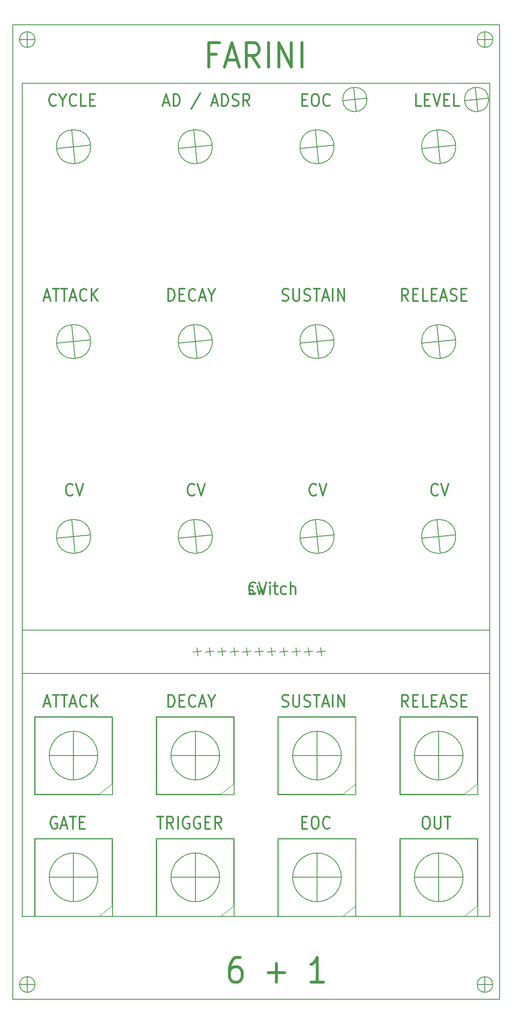
<source format=gbr>
%TF.GenerationSoftware,KiCad,Pcbnew,(5.1.9)-1*%
%TF.CreationDate,2021-09-12T18:45:55+01:00*%
%TF.ProjectId,Function Generator Jacks,46756e63-7469-46f6-9e20-47656e657261,rev?*%
%TF.SameCoordinates,Original*%
%TF.FileFunction,OtherDrawing,Comment*%
%FSLAX46Y46*%
G04 Gerber Fmt 4.6, Leading zero omitted, Abs format (unit mm)*
G04 Created by KiCad (PCBNEW (5.1.9)-1) date 2021-09-12 18:45:55*
%MOMM*%
%LPD*%
G01*
G04 APERTURE LIST*
%ADD10C,0.200000*%
%ADD11C,0.312500*%
%ADD12C,0.625000*%
%ADD13C,0.120000*%
G04 APERTURE END LIST*
D10*
X58067122Y-32991020D02*
X51200322Y-33667419D01*
X33133723Y-33329220D02*
G75*
G03*
X33133723Y-33329220I-3500000J0D01*
G01*
X96633723Y-70329220D02*
X96633723Y-86329220D01*
X46633723Y-111329220D02*
X62633722Y-111329220D01*
X115733723Y-125329220D02*
G75*
G03*
X115733723Y-125329220I-1600000J0D01*
G01*
X21633723Y-95329220D02*
X37633723Y-95329220D01*
X20133723Y-123729219D02*
X20133723Y-126929219D01*
X87633723Y-95329220D02*
X87633723Y-111329220D01*
X18533723Y-125329220D02*
X21733723Y-125329220D01*
X29295523Y-29895820D02*
X29971922Y-36762620D01*
X46633723Y-95329220D02*
X62633722Y-95329220D01*
X96633723Y-86329220D02*
X112633723Y-86329220D01*
X46633723Y-70329220D02*
X62633722Y-70329220D01*
X58133723Y6670780D02*
G75*
G03*
X58133723Y6670780I-3500000J0D01*
G01*
X21633723Y-86329220D02*
X37633723Y-86329220D01*
X96633723Y-95329220D02*
X96633723Y-111329220D01*
X71633723Y-70329220D02*
X71633723Y-86329220D01*
X58067122Y7008980D02*
X51200322Y6332581D01*
X54295523Y10104180D02*
X54971922Y3237380D01*
X33133723Y6670780D02*
G75*
G03*
X33133723Y6670780I-3500000J0D01*
G01*
X33067122Y7008980D02*
X26200322Y6332581D01*
X37633723Y-95329220D02*
X37633723Y-111329220D01*
X108133723Y-33329220D02*
G75*
G03*
X108133723Y-33329220I-3500000J0D01*
G01*
X79295523Y-29895820D02*
X79971922Y-36762620D01*
X21633723Y-111329220D02*
X37633723Y-111329220D01*
X54295523Y-29895820D02*
X54971922Y-36762620D01*
X58133723Y-33329220D02*
G75*
G03*
X58133723Y-33329220I-3500000J0D01*
G01*
X46633723Y-95329220D02*
X46633723Y-111329220D01*
X62633722Y-70329220D02*
X62633722Y-86329220D01*
X21633723Y-70329220D02*
X37633723Y-70329220D01*
X112533723Y-125329220D02*
X115733723Y-125329220D01*
X71633723Y-111329220D02*
X87633723Y-111329220D01*
X71633723Y-86329220D02*
X87633723Y-86329220D01*
X71633723Y-95329220D02*
X71633723Y-111329220D01*
X96633723Y-70329220D02*
X112633723Y-70329220D01*
X33067122Y-32991020D02*
X26200322Y-33667419D01*
X112633723Y-95329220D02*
X112633723Y-111329220D01*
X71633723Y-95329220D02*
X87633723Y-95329220D01*
X62633722Y-95329220D02*
X62633722Y-111329220D01*
X21633723Y-95329220D02*
X21633723Y-111329220D01*
X46633723Y-70329220D02*
X46633723Y-86329220D01*
X21733723Y-125329220D02*
G75*
G03*
X21733723Y-125329220I-1600000J0D01*
G01*
X114133723Y-123729219D02*
X114133723Y-126929219D01*
X83133723Y-33329220D02*
G75*
G03*
X83133723Y-33329220I-3500000J0D01*
G01*
X87633723Y-70329220D02*
X87633723Y-86329220D01*
X37633723Y-70329220D02*
X37633723Y-86329220D01*
X21633723Y-70329220D02*
X21633723Y-86329220D01*
X83067122Y-32991020D02*
X76200322Y-33667419D01*
X96633723Y-95329220D02*
X112633723Y-95329220D01*
X71633723Y-70329220D02*
X87633723Y-70329220D01*
X96633723Y-111329220D02*
X112633723Y-111329220D01*
X112633723Y-70329220D02*
X112633723Y-86329220D01*
X112533723Y68670780D02*
X115733723Y68670780D01*
X46633723Y-86329220D02*
X62633722Y-86329220D01*
X29295523Y10104180D02*
X29971922Y3237380D01*
X108067122Y-32991020D02*
X101200322Y-33667419D01*
X104295523Y-29895820D02*
X104971922Y-36762620D01*
X74633723Y-103329220D02*
X84633723Y-103329220D01*
X84633723Y-103329220D02*
G75*
G03*
X84633723Y-103329220I-5000000J0D01*
G01*
X19133723Y59670780D02*
X19133723Y-111329220D01*
X104633723Y-73329220D02*
X104633723Y-83329220D01*
X73673722Y-56930630D02*
X71973722Y-57098630D01*
X67660022Y-56164630D02*
X67827423Y-57864630D01*
X99633723Y-103329220D02*
X109633723Y-103329220D01*
X109633723Y-103329220D02*
G75*
G03*
X109633723Y-103329220I-5000000J0D01*
G01*
X19133723Y-45343259D02*
X19133723Y-111329220D01*
X29633723Y-98329220D02*
X29633723Y-108329220D01*
X115133723Y-111329220D02*
X115133723Y59670780D01*
X117133723Y71670780D02*
X17133723Y71670780D01*
X76213722Y-56930630D02*
X74513723Y-57098630D01*
X60040023Y-56164630D02*
X60207422Y-57864630D01*
X68593723Y-56930630D02*
X66893722Y-57098630D01*
X29633723Y-73329220D02*
X29633723Y-83329220D01*
X19133723Y-111329220D02*
X114461722Y-111329220D01*
X59633723Y-78329220D02*
G75*
G03*
X59633723Y-78329220I-5000000J0D01*
G01*
X49633723Y-103329220D02*
X59633723Y-103329220D01*
X115133723Y59670780D02*
X19133723Y59670780D01*
X57500023Y-56164630D02*
X57667422Y-57864630D01*
X84633723Y-78329220D02*
G75*
G03*
X84633723Y-78329220I-5000000J0D01*
G01*
X99633723Y-78329220D02*
X109633723Y-78329220D01*
X19133723Y-111329220D02*
X115133723Y-111329220D01*
X55893722Y-56930630D02*
X54193722Y-57098630D01*
X58433723Y-56930630D02*
X56733723Y-57098630D01*
X104633723Y-98329220D02*
X104633723Y-108329220D01*
X24633723Y-103329220D02*
X34633723Y-103329220D01*
X34633723Y-103329220D02*
G75*
G03*
X34633723Y-103329220I-5000000J0D01*
G01*
X78753723Y-56930630D02*
X77053723Y-57098630D01*
X77820023Y-56164630D02*
X77987423Y-57864630D01*
X54960022Y-56164630D02*
X55127422Y-57864630D01*
X70200022Y-56164630D02*
X70367423Y-57864630D01*
X17133723Y71670780D02*
X17133723Y-128329220D01*
X21733723Y68670780D02*
G75*
G03*
X21733723Y68670780I-1600000J0D01*
G01*
X54633723Y-98329220D02*
X54633723Y-108329220D01*
X79633723Y-73329220D02*
X79633723Y-83329220D01*
X59633723Y-103329220D02*
G75*
G03*
X59633723Y-103329220I-5000000J0D01*
G01*
X72740022Y-56164630D02*
X72907422Y-57864630D01*
X18533723Y68670780D02*
X21733723Y68670780D01*
X20133723Y70270781D02*
X20133723Y67070781D01*
X34633723Y-78329220D02*
G75*
G03*
X34633723Y-78329220I-5000000J0D01*
G01*
X81293723Y-56930630D02*
X79593723Y-57098630D01*
X75280023Y-56164630D02*
X75447422Y-57864630D01*
X71133723Y-56930630D02*
X69433722Y-57098630D01*
X63513723Y-56930630D02*
X61813723Y-57098630D01*
X114133723Y70270781D02*
X114133723Y67070781D01*
X17133723Y-128329220D02*
X117133723Y-128329220D01*
X115733723Y68670780D02*
G75*
G03*
X115733723Y68670780I-1600000J0D01*
G01*
X24633723Y-78329220D02*
X34633723Y-78329220D01*
X54633723Y-73329220D02*
X54633723Y-83329220D01*
X49633723Y-78329220D02*
X59633723Y-78329220D01*
X74633723Y-78329220D02*
X84633723Y-78329220D01*
X79633723Y-98329220D02*
X79633723Y-108329220D01*
X60973722Y-56930630D02*
X59273723Y-57098630D01*
X80360023Y-56164630D02*
X80527423Y-57864630D01*
X117133723Y-128329220D02*
X117133723Y71670780D01*
X109633723Y-78329220D02*
G75*
G03*
X109633723Y-78329220I-5000000J0D01*
G01*
X66053723Y-56930630D02*
X64353723Y-57098630D01*
X65120023Y-56164630D02*
X65287423Y-57864630D01*
X62580023Y-56164630D02*
X62747423Y-57864630D01*
X34633723Y-103329220D02*
G75*
G03*
X34633723Y-103329220I-5000000J0D01*
G01*
X19133723Y-45343259D02*
X19133723Y-111329220D01*
X73673722Y-56930630D02*
X71973722Y-57098630D01*
X108067122Y47008980D02*
X101200322Y46332581D01*
X71133723Y-56930630D02*
X69433722Y-57098630D01*
X89901833Y56367673D02*
G75*
G03*
X89901833Y56367673I-2500000J0D01*
G01*
X112162000Y58802400D02*
X112640400Y53945800D01*
X49633723Y-103329220D02*
X59633723Y-103329220D01*
X29633723Y-98329220D02*
X29633723Y-108329220D01*
X19133723Y-111329220D02*
X114461722Y-111329220D01*
X60040023Y-56164630D02*
X60207422Y-57864630D01*
X104295523Y50104180D02*
X104971922Y43237380D01*
X104295523Y10104180D02*
X104971922Y3237380D01*
X76213722Y-56930630D02*
X74513723Y-57098630D01*
X58067122Y47008981D02*
X51200322Y46332581D01*
X109963000Y56134000D02*
X114829500Y56600276D01*
X81293723Y-56930630D02*
X79593723Y-57098630D01*
X80360023Y-56164630D02*
X80527423Y-57864630D01*
X70200022Y-56164630D02*
X70367423Y-57864630D01*
X58433723Y-56930630D02*
X56733723Y-57098630D01*
X78753723Y-56930630D02*
X77053723Y-57098630D01*
X77820023Y-56164630D02*
X77987423Y-57864630D01*
X72740022Y-56164630D02*
X72907422Y-57864630D01*
X66053723Y-56930630D02*
X64353723Y-57098630D01*
X65120023Y-56164630D02*
X65287423Y-57864630D01*
X108133723Y6670780D02*
G75*
G03*
X108133723Y6670780I-3500000J0D01*
G01*
X19133723Y-111329220D02*
X115133723Y-111329220D01*
X62580023Y-56164630D02*
X62747423Y-57864630D01*
X19133723Y-52536820D02*
X115133723Y-52536820D01*
X115133723Y-111329220D02*
X115133723Y59670780D01*
X19133723Y-61492440D02*
X115133723Y-61492440D01*
X83067122Y7008980D02*
X76200322Y6332581D01*
X17133723Y71670780D02*
X17133723Y-128329220D01*
X58133723Y46670780D02*
G75*
G03*
X58133723Y46670780I-3500000J0D01*
G01*
X108133723Y46670780D02*
G75*
G03*
X108133723Y46670780I-3500000J0D01*
G01*
X114901833Y56367673D02*
G75*
G03*
X114901833Y56367673I-2500000J0D01*
G01*
X108067122Y7008980D02*
X101200322Y6332581D01*
X60973722Y-56930630D02*
X59273723Y-57098630D01*
X57500023Y-56164630D02*
X57667422Y-57864630D01*
X17133723Y-128329220D02*
X117133723Y-128329220D01*
X33067122Y47008981D02*
X26200322Y46332581D01*
X84963000Y56134000D02*
X89829500Y56600276D01*
X55893722Y-56930630D02*
X54193722Y-57098630D01*
X33133723Y46670780D02*
G75*
G03*
X33133723Y46670780I-3500000J0D01*
G01*
X117133723Y71670780D02*
X17133723Y71670780D01*
X19133723Y59670780D02*
X19133723Y-111329220D01*
X54295523Y50104181D02*
X54971922Y43237381D01*
X87162000Y58802400D02*
X87640400Y53945800D01*
X83067122Y47008980D02*
X76200322Y46332581D01*
X115133723Y59670780D02*
X19133723Y59670780D01*
X83133723Y6670780D02*
G75*
G03*
X83133723Y6670780I-3500000J0D01*
G01*
X54633723Y-98329220D02*
X54633723Y-108329220D01*
X24633723Y-103329220D02*
X34633723Y-103329220D01*
X59633723Y-103329220D02*
G75*
G03*
X59633723Y-103329220I-5000000J0D01*
G01*
X54960022Y-56164630D02*
X55127422Y-57864630D01*
X63513723Y-56930630D02*
X61813723Y-57098630D01*
X79295523Y10104180D02*
X79971922Y3237380D01*
X68593723Y-56930630D02*
X66893722Y-57098630D01*
X75280023Y-56164630D02*
X75447422Y-57864630D01*
X67660022Y-56164630D02*
X67827423Y-57864630D01*
X117133723Y-128329220D02*
X117133723Y71670780D01*
X29295523Y50104181D02*
X29971922Y43237381D01*
X83133723Y46670780D02*
G75*
G03*
X83133723Y46670780I-3500000J0D01*
G01*
X79295523Y50104180D02*
X79971922Y43237380D01*
X46633723Y-86329220D02*
X62633722Y-86329220D01*
X71633723Y-95329220D02*
X87633723Y-95329220D01*
X46633723Y-111329220D02*
X62633722Y-111329220D01*
X21633723Y-111329220D02*
X37633723Y-111329220D01*
X21733723Y-125329220D02*
G75*
G03*
X21733723Y-125329220I-1600000J0D01*
G01*
X112533723Y68670780D02*
X115733723Y68670780D01*
X96633723Y-70329220D02*
X112633723Y-70329220D01*
X96633723Y-70329220D02*
X96633723Y-86329220D01*
X115733723Y-125329220D02*
G75*
G03*
X115733723Y-125329220I-1600000J0D01*
G01*
X87633723Y-70329220D02*
X87633723Y-86329220D01*
X46633723Y-70329220D02*
X46633723Y-86329220D01*
X21633723Y-86329220D02*
X37633723Y-86329220D01*
X37633723Y-95329220D02*
X37633723Y-111329220D01*
X96633723Y-111329220D02*
X112633723Y-111329220D01*
X96633723Y-95329220D02*
X96633723Y-111329220D01*
X62633722Y-70329220D02*
X62633722Y-86329220D01*
X46633723Y-95329220D02*
X62633722Y-95329220D01*
X21633723Y-95329220D02*
X21633723Y-111329220D01*
X46633723Y-70329220D02*
X62633722Y-70329220D01*
X112533723Y-125329220D02*
X115733723Y-125329220D01*
X37633723Y-70329220D02*
X37633723Y-86329220D01*
X96633723Y-86329220D02*
X112633723Y-86329220D01*
X62633722Y-95329220D02*
X62633722Y-111329220D01*
X71633723Y-86329220D02*
X87633723Y-86329220D01*
X18533723Y-125329220D02*
X21733723Y-125329220D01*
X21633723Y-95329220D02*
X37633723Y-95329220D01*
X79295523Y-29895820D02*
X79971922Y-36762620D01*
X33133723Y-33329220D02*
G75*
G03*
X33133723Y-33329220I-3500000J0D01*
G01*
X71633723Y-70329220D02*
X87633723Y-70329220D01*
X33067122Y-32991020D02*
X26200322Y-33667419D01*
X71633723Y-70329220D02*
X71633723Y-86329220D01*
X58133723Y-33329220D02*
G75*
G03*
X58133723Y-33329220I-3500000J0D01*
G01*
X58067122Y-32991020D02*
X51200322Y-33667419D01*
X54295523Y-29895820D02*
X54971922Y-36762620D01*
X114133723Y-123729219D02*
X114133723Y-126929219D01*
X112633723Y-95329220D02*
X112633723Y-111329220D01*
X46633723Y-95329220D02*
X46633723Y-111329220D01*
X71633723Y-111329220D02*
X87633723Y-111329220D01*
X87633723Y-95329220D02*
X87633723Y-111329220D01*
X21633723Y-70329220D02*
X37633723Y-70329220D01*
X20133723Y-123729219D02*
X20133723Y-126929219D01*
X29295523Y-29895820D02*
X29971922Y-36762620D01*
X96633723Y-95329220D02*
X112633723Y-95329220D01*
X112633723Y-70329220D02*
X112633723Y-86329220D01*
X21633723Y-70329220D02*
X21633723Y-86329220D01*
X71633723Y-95329220D02*
X71633723Y-111329220D01*
X84633723Y-103329220D02*
G75*
G03*
X84633723Y-103329220I-5000000J0D01*
G01*
X109633723Y-78329220D02*
G75*
G03*
X109633723Y-78329220I-5000000J0D01*
G01*
X59633723Y-78329220D02*
G75*
G03*
X59633723Y-78329220I-5000000J0D01*
G01*
X24633723Y-78329220D02*
X34633723Y-78329220D01*
X84633723Y-78329220D02*
G75*
G03*
X84633723Y-78329220I-5000000J0D01*
G01*
X20133723Y70270781D02*
X20133723Y67070781D01*
X79633723Y-98329220D02*
X79633723Y-108329220D01*
X21733723Y68670780D02*
G75*
G03*
X21733723Y68670780I-1600000J0D01*
G01*
X79633723Y-73329220D02*
X79633723Y-83329220D01*
X49633723Y-78329220D02*
X59633723Y-78329220D01*
X54633723Y-73329220D02*
X54633723Y-83329220D01*
X104633723Y-98329220D02*
X104633723Y-108329220D01*
X74633723Y-103329220D02*
X84633723Y-103329220D01*
X104633723Y-73329220D02*
X104633723Y-83329220D01*
X114133723Y70270781D02*
X114133723Y67070781D01*
X34633723Y-78329220D02*
G75*
G03*
X34633723Y-78329220I-5000000J0D01*
G01*
X74633723Y-78329220D02*
X84633723Y-78329220D01*
X115733723Y68670780D02*
G75*
G03*
X115733723Y68670780I-1600000J0D01*
G01*
X109633723Y-103329220D02*
G75*
G03*
X109633723Y-103329220I-5000000J0D01*
G01*
X99633723Y-103329220D02*
X109633723Y-103329220D01*
X18533723Y68670780D02*
X21733723Y68670780D01*
X99633723Y-78329220D02*
X109633723Y-78329220D01*
X29633723Y-73329220D02*
X29633723Y-83329220D01*
D11*
X29461114Y-24758559D02*
X29353971Y-24877606D01*
X29032543Y-24996654D01*
X28818257Y-24996654D01*
X28496828Y-24877606D01*
X28282543Y-24639511D01*
X28175400Y-24401416D01*
X28068257Y-23925225D01*
X28068257Y-23568082D01*
X28175400Y-23091892D01*
X28282543Y-22853797D01*
X28496828Y-22615702D01*
X28818257Y-22496654D01*
X29032543Y-22496654D01*
X29353971Y-22615702D01*
X29461114Y-22734749D01*
X30103971Y-22496654D02*
X30853971Y-24996654D01*
X31603971Y-22496654D01*
X76568309Y-92039310D02*
X77318309Y-92039310D01*
X77639737Y-93348834D02*
X76568309Y-93348834D01*
X76568309Y-90848834D01*
X77639737Y-90848834D01*
X79032595Y-90848834D02*
X79461166Y-90848834D01*
X79675452Y-90967882D01*
X79889737Y-91205977D01*
X79996880Y-91682167D01*
X79996880Y-92515501D01*
X79889737Y-92991691D01*
X79675452Y-93229786D01*
X79461166Y-93348834D01*
X79032595Y-93348834D01*
X78818309Y-93229786D01*
X78604023Y-92991691D01*
X78496880Y-92515501D01*
X78496880Y-91682167D01*
X78604023Y-91205977D01*
X78818309Y-90967882D01*
X79032595Y-90848834D01*
X82246880Y-93110739D02*
X82139737Y-93229786D01*
X81818309Y-93348834D01*
X81604023Y-93348834D01*
X81282595Y-93229786D01*
X81068309Y-92991691D01*
X80961166Y-92753596D01*
X80854023Y-92277405D01*
X80854023Y-91920262D01*
X80961166Y-91444072D01*
X81068309Y-91205977D01*
X81282595Y-90967882D01*
X81604023Y-90848834D01*
X81818309Y-90848834D01*
X82139737Y-90967882D01*
X82246880Y-91086929D01*
X48107713Y55717631D02*
X49179142Y55717631D01*
X47893427Y55003345D02*
X48643427Y57503345D01*
X49393427Y55003345D01*
X50143427Y55003345D02*
X50143427Y57503345D01*
X50679142Y57503345D01*
X51000570Y57384298D01*
X51214856Y57146202D01*
X51321999Y56908107D01*
X51429142Y56431917D01*
X51429142Y56074774D01*
X51321999Y55598583D01*
X51214856Y55360488D01*
X51000570Y55122393D01*
X50679142Y55003345D01*
X50143427Y55003345D01*
X55714856Y57622393D02*
X53786284Y54408107D01*
X58071999Y55717631D02*
X59143427Y55717631D01*
X57857713Y55003345D02*
X58607713Y57503345D01*
X59357713Y55003345D01*
X60107713Y55003345D02*
X60107713Y57503345D01*
X60643427Y57503345D01*
X60964856Y57384298D01*
X61179142Y57146202D01*
X61286284Y56908107D01*
X61393427Y56431917D01*
X61393427Y56074774D01*
X61286284Y55598583D01*
X61179142Y55360488D01*
X60964856Y55122393D01*
X60643427Y55003345D01*
X60107713Y55003345D01*
X62250570Y55122393D02*
X62571999Y55003345D01*
X63107713Y55003345D01*
X63321999Y55122393D01*
X63429142Y55241440D01*
X63536284Y55479536D01*
X63536284Y55717631D01*
X63429142Y55955726D01*
X63321999Y56074774D01*
X63107713Y56193821D01*
X62679142Y56312869D01*
X62464856Y56431917D01*
X62357713Y56550964D01*
X62250570Y56789059D01*
X62250570Y57027155D01*
X62357713Y57265250D01*
X62464856Y57384298D01*
X62679142Y57503345D01*
X63214856Y57503345D01*
X63536284Y57384298D01*
X65786284Y55003345D02*
X65036284Y56193821D01*
X64500570Y55003345D02*
X64500570Y57503345D01*
X65357713Y57503345D01*
X65571999Y57384298D01*
X65679142Y57265250D01*
X65786284Y57027155D01*
X65786284Y56670012D01*
X65679142Y56431917D01*
X65571999Y56312869D01*
X65357713Y56193821D01*
X64500570Y56193821D01*
X79461114Y-24758559D02*
X79353971Y-24877606D01*
X79032543Y-24996654D01*
X78818257Y-24996654D01*
X78496828Y-24877606D01*
X78282543Y-24639511D01*
X78175400Y-24401416D01*
X78068257Y-23925225D01*
X78068257Y-23568082D01*
X78175400Y-23091892D01*
X78282543Y-22853797D01*
X78496828Y-22615702D01*
X78818257Y-22496654D01*
X79032543Y-22496654D01*
X79353971Y-22615702D01*
X79461114Y-22734749D01*
X80103971Y-22496654D02*
X80853971Y-24996654D01*
X81603971Y-22496654D01*
D12*
X63770075Y-119757651D02*
X62912932Y-119757651D01*
X62484360Y-119995747D01*
X62270075Y-120233842D01*
X61841503Y-120948127D01*
X61627217Y-121900508D01*
X61627217Y-123805270D01*
X61841503Y-124281461D01*
X62055789Y-124519556D01*
X62484360Y-124757651D01*
X63341503Y-124757651D01*
X63770075Y-124519556D01*
X63984360Y-124281461D01*
X64198646Y-123805270D01*
X64198646Y-122614794D01*
X63984360Y-122138604D01*
X63770075Y-121900508D01*
X63341503Y-121662413D01*
X62484360Y-121662413D01*
X62055789Y-121900508D01*
X61841503Y-122138604D01*
X61627217Y-122614794D01*
X69555789Y-122852889D02*
X72984360Y-122852889D01*
X71270075Y-124757651D02*
X71270075Y-120948127D01*
X80912932Y-124757651D02*
X78341503Y-124757651D01*
X79627217Y-124757651D02*
X79627217Y-119757651D01*
X79198646Y-120471937D01*
X78770075Y-120948127D01*
X78341503Y-121186223D01*
D11*
X101837915Y-90848834D02*
X102266487Y-90848834D01*
X102480772Y-90967882D01*
X102695058Y-91205977D01*
X102802201Y-91682167D01*
X102802201Y-92515501D01*
X102695058Y-92991691D01*
X102480772Y-93229786D01*
X102266487Y-93348834D01*
X101837915Y-93348834D01*
X101623630Y-93229786D01*
X101409344Y-92991691D01*
X101302201Y-92515501D01*
X101302201Y-91682167D01*
X101409344Y-91205977D01*
X101623630Y-90967882D01*
X101837915Y-90848834D01*
X103766487Y-90848834D02*
X103766487Y-92872643D01*
X103873630Y-93110739D01*
X103980772Y-93229786D01*
X104195058Y-93348834D01*
X104623630Y-93348834D01*
X104837915Y-93229786D01*
X104945058Y-93110739D01*
X105052201Y-92872643D01*
X105052201Y-90848834D01*
X105802201Y-90848834D02*
X107087915Y-90848834D01*
X106445058Y-93348834D02*
X106445058Y-90848834D01*
X65660690Y-45096591D02*
X65874976Y-45215639D01*
X66303547Y-45215639D01*
X66517833Y-45096591D01*
X66624976Y-44858496D01*
X66624976Y-44739448D01*
X66517833Y-44501353D01*
X66303547Y-44382306D01*
X65982119Y-44382306D01*
X65767833Y-44263258D01*
X65660690Y-44025163D01*
X65660690Y-43906115D01*
X65767833Y-43668020D01*
X65982119Y-43548972D01*
X66303547Y-43548972D01*
X66517833Y-43668020D01*
X67374976Y-43548972D02*
X67803547Y-45215639D01*
X68232119Y-44025163D01*
X68660690Y-45215639D01*
X69089261Y-43548972D01*
X69946404Y-45215639D02*
X69946404Y-43548972D01*
X69946404Y-42715639D02*
X69839261Y-42834687D01*
X69946404Y-42953734D01*
X70053547Y-42834687D01*
X69946404Y-42715639D01*
X69946404Y-42953734D01*
X70696404Y-43548972D02*
X71553547Y-43548972D01*
X71017833Y-42715639D02*
X71017833Y-44858496D01*
X71124976Y-45096591D01*
X71339261Y-45215639D01*
X71553547Y-45215639D01*
X73267833Y-45096591D02*
X73053547Y-45215639D01*
X72624976Y-45215639D01*
X72410690Y-45096591D01*
X72303547Y-44977544D01*
X72196404Y-44739448D01*
X72196404Y-44025163D01*
X72303547Y-43787067D01*
X72410690Y-43668020D01*
X72624976Y-43548972D01*
X73053547Y-43548972D01*
X73267833Y-43668020D01*
X74232119Y-45215639D02*
X74232119Y-42715639D01*
X75196404Y-45215639D02*
X75196404Y-43906115D01*
X75089261Y-43668020D01*
X74874976Y-43548972D01*
X74553547Y-43548972D01*
X74339261Y-43668020D01*
X74232119Y-43787067D01*
X76591835Y56312869D02*
X77341835Y56312869D01*
X77663263Y55003345D02*
X76591835Y55003345D01*
X76591835Y57503345D01*
X77663263Y57503345D01*
X79056121Y57503345D02*
X79484692Y57503345D01*
X79698978Y57384298D01*
X79913263Y57146202D01*
X80020406Y56670012D01*
X80020406Y55836678D01*
X79913263Y55360488D01*
X79698978Y55122393D01*
X79484692Y55003345D01*
X79056121Y55003345D01*
X78841835Y55122393D01*
X78627549Y55360488D01*
X78520406Y55836678D01*
X78520406Y56670012D01*
X78627549Y57146202D01*
X78841835Y57384298D01*
X79056121Y57503345D01*
X82270406Y55241440D02*
X82163263Y55122393D01*
X81841835Y55003345D01*
X81627549Y55003345D01*
X81306121Y55122393D01*
X81091835Y55360488D01*
X80984692Y55598583D01*
X80877549Y56074774D01*
X80877549Y56431917D01*
X80984692Y56908107D01*
X81091835Y57146202D01*
X81306121Y57384298D01*
X81627549Y57503345D01*
X81841835Y57503345D01*
X82163263Y57384298D01*
X82270406Y57265250D01*
X67053547Y-44977544D02*
X66946404Y-45096591D01*
X66624976Y-45215639D01*
X66410690Y-45215639D01*
X66089261Y-45096591D01*
X65874976Y-44858496D01*
X65767833Y-44620401D01*
X65660690Y-44144210D01*
X65660690Y-43787067D01*
X65767833Y-43310877D01*
X65874976Y-43072782D01*
X66089261Y-42834687D01*
X66410690Y-42715639D01*
X66624976Y-42715639D01*
X66946404Y-42834687D01*
X67053547Y-42953734D01*
X67696404Y-42715639D02*
X68446404Y-45215639D01*
X69196404Y-42715639D01*
X76568309Y-92039310D02*
X77318309Y-92039310D01*
X77639737Y-93348834D02*
X76568309Y-93348834D01*
X76568309Y-90848834D01*
X77639737Y-90848834D01*
X79032595Y-90848834D02*
X79461166Y-90848834D01*
X79675452Y-90967882D01*
X79889737Y-91205977D01*
X79996880Y-91682167D01*
X79996880Y-92515501D01*
X79889737Y-92991691D01*
X79675452Y-93229786D01*
X79461166Y-93348834D01*
X79032595Y-93348834D01*
X78818309Y-93229786D01*
X78604023Y-92991691D01*
X78496880Y-92515501D01*
X78496880Y-91682167D01*
X78604023Y-91205977D01*
X78818309Y-90967882D01*
X79032595Y-90848834D01*
X82246880Y-93110739D02*
X82139737Y-93229786D01*
X81818309Y-93348834D01*
X81604023Y-93348834D01*
X81282595Y-93229786D01*
X81068309Y-92991691D01*
X80961166Y-92753596D01*
X80854023Y-92277405D01*
X80854023Y-91920262D01*
X80961166Y-91444072D01*
X81068309Y-91205977D01*
X81282595Y-90967882D01*
X81604023Y-90848834D01*
X81818309Y-90848834D01*
X82139737Y-90967882D01*
X82246880Y-91086929D01*
X72495475Y-68229786D02*
X72816904Y-68348834D01*
X73352618Y-68348834D01*
X73566904Y-68229786D01*
X73674046Y-68110739D01*
X73781189Y-67872643D01*
X73781189Y-67634548D01*
X73674046Y-67396453D01*
X73566904Y-67277405D01*
X73352618Y-67158358D01*
X72924046Y-67039310D01*
X72709761Y-66920262D01*
X72602618Y-66801215D01*
X72495475Y-66563120D01*
X72495475Y-66325024D01*
X72602618Y-66086929D01*
X72709761Y-65967882D01*
X72924046Y-65848834D01*
X73459761Y-65848834D01*
X73781189Y-65967882D01*
X74745475Y-65848834D02*
X74745475Y-67872643D01*
X74852618Y-68110739D01*
X74959761Y-68229786D01*
X75174046Y-68348834D01*
X75602618Y-68348834D01*
X75816904Y-68229786D01*
X75924046Y-68110739D01*
X76031189Y-67872643D01*
X76031189Y-65848834D01*
X76995475Y-68229786D02*
X77316904Y-68348834D01*
X77852618Y-68348834D01*
X78066904Y-68229786D01*
X78174046Y-68110739D01*
X78281189Y-67872643D01*
X78281189Y-67634548D01*
X78174046Y-67396453D01*
X78066904Y-67277405D01*
X77852618Y-67158358D01*
X77424046Y-67039310D01*
X77209761Y-66920262D01*
X77102618Y-66801215D01*
X76995475Y-66563120D01*
X76995475Y-66325024D01*
X77102618Y-66086929D01*
X77209761Y-65967882D01*
X77424046Y-65848834D01*
X77959761Y-65848834D01*
X78281189Y-65967882D01*
X78924046Y-65848834D02*
X80209761Y-65848834D01*
X79566904Y-68348834D02*
X79566904Y-65848834D01*
X80852618Y-67634548D02*
X81924046Y-67634548D01*
X80638332Y-68348834D02*
X81388332Y-65848834D01*
X82138332Y-68348834D01*
X82888332Y-68348834D02*
X82888332Y-65848834D01*
X83959761Y-68348834D02*
X83959761Y-65848834D01*
X85245475Y-68348834D01*
X85245475Y-65848834D01*
X101023339Y55003345D02*
X99951911Y55003345D01*
X99951911Y57503345D01*
X101773339Y56312869D02*
X102523339Y56312869D01*
X102844768Y55003345D02*
X101773339Y55003345D01*
X101773339Y57503345D01*
X102844768Y57503345D01*
X103487625Y57503345D02*
X104237625Y55003345D01*
X104987625Y57503345D01*
X105737625Y56312869D02*
X106487625Y56312869D01*
X106809054Y55003345D02*
X105737625Y55003345D01*
X105737625Y57503345D01*
X106809054Y57503345D01*
X108844768Y55003345D02*
X107773339Y55003345D01*
X107773339Y57503345D01*
X46802109Y-90848834D02*
X48087824Y-90848834D01*
X47444966Y-93348834D02*
X47444966Y-90848834D01*
X50123538Y-93348834D02*
X49373538Y-92158358D01*
X48837824Y-93348834D02*
X48837824Y-90848834D01*
X49694966Y-90848834D01*
X49909252Y-90967882D01*
X50016395Y-91086929D01*
X50123538Y-91325024D01*
X50123538Y-91682167D01*
X50016395Y-91920262D01*
X49909252Y-92039310D01*
X49694966Y-92158358D01*
X48837824Y-92158358D01*
X51087824Y-93348834D02*
X51087824Y-90848834D01*
X53337824Y-90967882D02*
X53123538Y-90848834D01*
X52802109Y-90848834D01*
X52480681Y-90967882D01*
X52266395Y-91205977D01*
X52159252Y-91444072D01*
X52052109Y-91920262D01*
X52052109Y-92277405D01*
X52159252Y-92753596D01*
X52266395Y-92991691D01*
X52480681Y-93229786D01*
X52802109Y-93348834D01*
X53016395Y-93348834D01*
X53337824Y-93229786D01*
X53444966Y-93110739D01*
X53444966Y-92277405D01*
X53016395Y-92277405D01*
X55587824Y-90967882D02*
X55373538Y-90848834D01*
X55052109Y-90848834D01*
X54730681Y-90967882D01*
X54516395Y-91205977D01*
X54409252Y-91444072D01*
X54302109Y-91920262D01*
X54302109Y-92277405D01*
X54409252Y-92753596D01*
X54516395Y-92991691D01*
X54730681Y-93229786D01*
X55052109Y-93348834D01*
X55266395Y-93348834D01*
X55587824Y-93229786D01*
X55694966Y-93110739D01*
X55694966Y-92277405D01*
X55266395Y-92277405D01*
X56659252Y-92039310D02*
X57409252Y-92039310D01*
X57730681Y-93348834D02*
X56659252Y-93348834D01*
X56659252Y-90848834D01*
X57730681Y-90848834D01*
X59980681Y-93348834D02*
X59230681Y-92158358D01*
X58694966Y-93348834D02*
X58694966Y-90848834D01*
X59552109Y-90848834D01*
X59766395Y-90967882D01*
X59873538Y-91086929D01*
X59980681Y-91325024D01*
X59980681Y-91682167D01*
X59873538Y-91920262D01*
X59766395Y-92039310D01*
X59552109Y-92158358D01*
X58694966Y-92158358D01*
X26016457Y55241440D02*
X25909314Y55122393D01*
X25587886Y55003345D01*
X25373600Y55003345D01*
X25052171Y55122393D01*
X24837886Y55360488D01*
X24730743Y55598583D01*
X24623600Y56074774D01*
X24623600Y56431917D01*
X24730743Y56908107D01*
X24837886Y57146202D01*
X25052171Y57384298D01*
X25373600Y57503345D01*
X25587886Y57503345D01*
X25909314Y57384298D01*
X26016457Y57265250D01*
X27409314Y56193821D02*
X27409314Y55003345D01*
X26659314Y57503345D02*
X27409314Y56193821D01*
X28159314Y57503345D01*
X30195029Y55241440D02*
X30087886Y55122393D01*
X29766457Y55003345D01*
X29552171Y55003345D01*
X29230743Y55122393D01*
X29016457Y55360488D01*
X28909314Y55598583D01*
X28802171Y56074774D01*
X28802171Y56431917D01*
X28909314Y56908107D01*
X29016457Y57146202D01*
X29230743Y57384298D01*
X29552171Y57503345D01*
X29766457Y57503345D01*
X30087886Y57384298D01*
X30195029Y57265250D01*
X32230743Y55003345D02*
X31159314Y55003345D01*
X31159314Y57503345D01*
X32980743Y56312869D02*
X33730743Y56312869D01*
X34052171Y55003345D02*
X32980743Y55003345D01*
X32980743Y57503345D01*
X34052171Y57503345D01*
X104461114Y-24758559D02*
X104353971Y-24877606D01*
X104032543Y-24996654D01*
X103818257Y-24996654D01*
X103496828Y-24877606D01*
X103282543Y-24639511D01*
X103175400Y-24401416D01*
X103068257Y-23925225D01*
X103068257Y-23568082D01*
X103175400Y-23091892D01*
X103282543Y-22853797D01*
X103496828Y-22615702D01*
X103818257Y-22496654D01*
X104032543Y-22496654D01*
X104353971Y-22615702D01*
X104461114Y-22734749D01*
X105103971Y-22496654D02*
X105853971Y-24996654D01*
X106603971Y-22496654D01*
X49106376Y15003345D02*
X49106376Y17503345D01*
X49642090Y17503345D01*
X49963519Y17384298D01*
X50177804Y17146202D01*
X50284947Y16908107D01*
X50392090Y16431917D01*
X50392090Y16074774D01*
X50284947Y15598583D01*
X50177804Y15360488D01*
X49963519Y15122393D01*
X49642090Y15003345D01*
X49106376Y15003345D01*
X51356376Y16312869D02*
X52106376Y16312869D01*
X52427804Y15003345D02*
X51356376Y15003345D01*
X51356376Y17503345D01*
X52427804Y17503345D01*
X54677804Y15241440D02*
X54570662Y15122393D01*
X54249233Y15003345D01*
X54034947Y15003345D01*
X53713519Y15122393D01*
X53499233Y15360488D01*
X53392090Y15598583D01*
X53284947Y16074774D01*
X53284947Y16431917D01*
X53392090Y16908107D01*
X53499233Y17146202D01*
X53713519Y17384298D01*
X54034947Y17503345D01*
X54249233Y17503345D01*
X54570662Y17384298D01*
X54677804Y17265250D01*
X55534947Y15717631D02*
X56606376Y15717631D01*
X55320662Y15003345D02*
X56070662Y17503345D01*
X56820662Y15003345D01*
X57999233Y16193821D02*
X57999233Y15003345D01*
X57249233Y17503345D02*
X57999233Y16193821D01*
X58749233Y17503345D01*
X23645407Y-67634548D02*
X24716836Y-67634548D01*
X23431121Y-68348834D02*
X24181121Y-65848834D01*
X24931121Y-68348834D01*
X25359693Y-65848834D02*
X26645407Y-65848834D01*
X26002550Y-68348834D02*
X26002550Y-65848834D01*
X27073978Y-65848834D02*
X28359693Y-65848834D01*
X27716836Y-68348834D02*
X27716836Y-65848834D01*
X29002550Y-67634548D02*
X30073978Y-67634548D01*
X28788264Y-68348834D02*
X29538264Y-65848834D01*
X30288264Y-68348834D01*
X32323978Y-68110739D02*
X32216836Y-68229786D01*
X31895407Y-68348834D01*
X31681121Y-68348834D01*
X31359693Y-68229786D01*
X31145407Y-67991691D01*
X31038264Y-67753596D01*
X30931121Y-67277405D01*
X30931121Y-66920262D01*
X31038264Y-66444072D01*
X31145407Y-66205977D01*
X31359693Y-65967882D01*
X31681121Y-65848834D01*
X31895407Y-65848834D01*
X32216836Y-65967882D01*
X32323978Y-66086929D01*
X33288264Y-68348834D02*
X33288264Y-65848834D01*
X34573978Y-68348834D02*
X33609693Y-66920262D01*
X34573978Y-65848834D02*
X33288264Y-67277405D01*
X98357585Y15003345D02*
X97607585Y16193821D01*
X97071871Y15003345D02*
X97071871Y17503345D01*
X97929014Y17503345D01*
X98143299Y17384298D01*
X98250442Y17265250D01*
X98357585Y17027155D01*
X98357585Y16670012D01*
X98250442Y16431917D01*
X98143299Y16312869D01*
X97929014Y16193821D01*
X97071871Y16193821D01*
X99321871Y16312869D02*
X100071871Y16312869D01*
X100393299Y15003345D02*
X99321871Y15003345D01*
X99321871Y17503345D01*
X100393299Y17503345D01*
X102429014Y15003345D02*
X101357585Y15003345D01*
X101357585Y17503345D01*
X103179014Y16312869D02*
X103929014Y16312869D01*
X104250442Y15003345D02*
X103179014Y15003345D01*
X103179014Y17503345D01*
X104250442Y17503345D01*
X105107585Y15717631D02*
X106179014Y15717631D01*
X104893299Y15003345D02*
X105643299Y17503345D01*
X106393299Y15003345D01*
X107036157Y15122393D02*
X107357585Y15003345D01*
X107893299Y15003345D01*
X108107585Y15122393D01*
X108214728Y15241440D01*
X108321871Y15479536D01*
X108321871Y15717631D01*
X108214728Y15955726D01*
X108107585Y16074774D01*
X107893299Y16193821D01*
X107464728Y16312869D01*
X107250442Y16431917D01*
X107143299Y16550964D01*
X107036157Y16789059D01*
X107036157Y17027155D01*
X107143299Y17265250D01*
X107250442Y17384298D01*
X107464728Y17503345D01*
X108000442Y17503345D01*
X108321871Y17384298D01*
X109286157Y16312869D02*
X110036157Y16312869D01*
X110357585Y15003345D02*
X109286157Y15003345D01*
X109286157Y17503345D01*
X110357585Y17503345D01*
X54461114Y-24758559D02*
X54353971Y-24877606D01*
X54032543Y-24996654D01*
X53818257Y-24996654D01*
X53496828Y-24877606D01*
X53282543Y-24639511D01*
X53175400Y-24401416D01*
X53068257Y-23925225D01*
X53068257Y-23568082D01*
X53175400Y-23091892D01*
X53282543Y-22853797D01*
X53496828Y-22615702D01*
X53818257Y-22496654D01*
X54032543Y-22496654D01*
X54353971Y-22615702D01*
X54461114Y-22734749D01*
X55103971Y-22496654D02*
X55853971Y-24996654D01*
X56603971Y-22496654D01*
X26170397Y-90967882D02*
X25956112Y-90848834D01*
X25634683Y-90848834D01*
X25313254Y-90967882D01*
X25098969Y-91205977D01*
X24991826Y-91444072D01*
X24884683Y-91920262D01*
X24884683Y-92277405D01*
X24991826Y-92753596D01*
X25098969Y-92991691D01*
X25313254Y-93229786D01*
X25634683Y-93348834D01*
X25848969Y-93348834D01*
X26170397Y-93229786D01*
X26277540Y-93110739D01*
X26277540Y-92277405D01*
X25848969Y-92277405D01*
X27134683Y-92634548D02*
X28206112Y-92634548D01*
X26920397Y-93348834D02*
X27670397Y-90848834D01*
X28420397Y-93348834D01*
X28848969Y-90848834D02*
X30134683Y-90848834D01*
X29491826Y-93348834D02*
X29491826Y-90848834D01*
X30884683Y-92039310D02*
X31634683Y-92039310D01*
X31956112Y-93348834D02*
X30884683Y-93348834D01*
X30884683Y-90848834D01*
X31956112Y-90848834D01*
X49106376Y-68348834D02*
X49106376Y-65848834D01*
X49642090Y-65848834D01*
X49963519Y-65967882D01*
X50177804Y-66205977D01*
X50284947Y-66444072D01*
X50392090Y-66920262D01*
X50392090Y-67277405D01*
X50284947Y-67753596D01*
X50177804Y-67991691D01*
X49963519Y-68229786D01*
X49642090Y-68348834D01*
X49106376Y-68348834D01*
X51356376Y-67039310D02*
X52106376Y-67039310D01*
X52427804Y-68348834D02*
X51356376Y-68348834D01*
X51356376Y-65848834D01*
X52427804Y-65848834D01*
X54677804Y-68110739D02*
X54570662Y-68229786D01*
X54249233Y-68348834D01*
X54034947Y-68348834D01*
X53713519Y-68229786D01*
X53499233Y-67991691D01*
X53392090Y-67753596D01*
X53284947Y-67277405D01*
X53284947Y-66920262D01*
X53392090Y-66444072D01*
X53499233Y-66205977D01*
X53713519Y-65967882D01*
X54034947Y-65848834D01*
X54249233Y-65848834D01*
X54570662Y-65967882D01*
X54677804Y-66086929D01*
X55534947Y-67634548D02*
X56606376Y-67634548D01*
X55320662Y-68348834D02*
X56070662Y-65848834D01*
X56820662Y-68348834D01*
X57999233Y-67158358D02*
X57999233Y-68348834D01*
X57249233Y-65848834D02*
X57999233Y-67158358D01*
X58749233Y-65848834D01*
X29461114Y-24758559D02*
X29353971Y-24877606D01*
X29032543Y-24996654D01*
X28818257Y-24996654D01*
X28496828Y-24877606D01*
X28282543Y-24639511D01*
X28175400Y-24401416D01*
X28068257Y-23925225D01*
X28068257Y-23568082D01*
X28175400Y-23091892D01*
X28282543Y-22853797D01*
X28496828Y-22615702D01*
X28818257Y-22496654D01*
X29032543Y-22496654D01*
X29353971Y-22615702D01*
X29461114Y-22734749D01*
X30103971Y-22496654D02*
X30853971Y-24996654D01*
X31603971Y-22496654D01*
X101023339Y55003345D02*
X99951911Y55003345D01*
X99951911Y57503345D01*
X101773339Y56312869D02*
X102523339Y56312869D01*
X102844768Y55003345D02*
X101773339Y55003345D01*
X101773339Y57503345D01*
X102844768Y57503345D01*
X103487625Y57503345D02*
X104237625Y55003345D01*
X104987625Y57503345D01*
X105737625Y56312869D02*
X106487625Y56312869D01*
X106809054Y55003345D02*
X105737625Y55003345D01*
X105737625Y57503345D01*
X106809054Y57503345D01*
X108844768Y55003345D02*
X107773339Y55003345D01*
X107773339Y57503345D01*
X49106376Y-68348834D02*
X49106376Y-65848834D01*
X49642090Y-65848834D01*
X49963519Y-65967882D01*
X50177804Y-66205977D01*
X50284947Y-66444072D01*
X50392090Y-66920262D01*
X50392090Y-67277405D01*
X50284947Y-67753596D01*
X50177804Y-67991691D01*
X49963519Y-68229786D01*
X49642090Y-68348834D01*
X49106376Y-68348834D01*
X51356376Y-67039310D02*
X52106376Y-67039310D01*
X52427804Y-68348834D02*
X51356376Y-68348834D01*
X51356376Y-65848834D01*
X52427804Y-65848834D01*
X54677804Y-68110739D02*
X54570662Y-68229786D01*
X54249233Y-68348834D01*
X54034947Y-68348834D01*
X53713519Y-68229786D01*
X53499233Y-67991691D01*
X53392090Y-67753596D01*
X53284947Y-67277405D01*
X53284947Y-66920262D01*
X53392090Y-66444072D01*
X53499233Y-66205977D01*
X53713519Y-65967882D01*
X54034947Y-65848834D01*
X54249233Y-65848834D01*
X54570662Y-65967882D01*
X54677804Y-66086929D01*
X55534947Y-67634548D02*
X56606376Y-67634548D01*
X55320662Y-68348834D02*
X56070662Y-65848834D01*
X56820662Y-68348834D01*
X57999233Y-67158358D02*
X57999233Y-68348834D01*
X57249233Y-65848834D02*
X57999233Y-67158358D01*
X58749233Y-65848834D01*
X23645407Y15717631D02*
X24716836Y15717631D01*
X23431121Y15003345D02*
X24181121Y17503345D01*
X24931121Y15003345D01*
X25359693Y17503345D02*
X26645407Y17503345D01*
X26002550Y15003345D02*
X26002550Y17503345D01*
X27073978Y17503345D02*
X28359693Y17503345D01*
X27716836Y15003345D02*
X27716836Y17503345D01*
X29002550Y15717631D02*
X30073978Y15717631D01*
X28788264Y15003345D02*
X29538264Y17503345D01*
X30288264Y15003345D01*
X32323978Y15241440D02*
X32216836Y15122393D01*
X31895407Y15003345D01*
X31681121Y15003345D01*
X31359693Y15122393D01*
X31145407Y15360488D01*
X31038264Y15598583D01*
X30931121Y16074774D01*
X30931121Y16431917D01*
X31038264Y16908107D01*
X31145407Y17146202D01*
X31359693Y17384298D01*
X31681121Y17503345D01*
X31895407Y17503345D01*
X32216836Y17384298D01*
X32323978Y17265250D01*
X33288264Y15003345D02*
X33288264Y17503345D01*
X34573978Y15003345D02*
X33609693Y16431917D01*
X34573978Y17503345D02*
X33288264Y16074774D01*
X49106376Y15003345D02*
X49106376Y17503345D01*
X49642090Y17503345D01*
X49963519Y17384298D01*
X50177804Y17146202D01*
X50284947Y16908107D01*
X50392090Y16431917D01*
X50392090Y16074774D01*
X50284947Y15598583D01*
X50177804Y15360488D01*
X49963519Y15122393D01*
X49642090Y15003345D01*
X49106376Y15003345D01*
X51356376Y16312869D02*
X52106376Y16312869D01*
X52427804Y15003345D02*
X51356376Y15003345D01*
X51356376Y17503345D01*
X52427804Y17503345D01*
X54677804Y15241440D02*
X54570662Y15122393D01*
X54249233Y15003345D01*
X54034947Y15003345D01*
X53713519Y15122393D01*
X53499233Y15360488D01*
X53392090Y15598583D01*
X53284947Y16074774D01*
X53284947Y16431917D01*
X53392090Y16908107D01*
X53499233Y17146202D01*
X53713519Y17384298D01*
X54034947Y17503345D01*
X54249233Y17503345D01*
X54570662Y17384298D01*
X54677804Y17265250D01*
X55534947Y15717631D02*
X56606376Y15717631D01*
X55320662Y15003345D02*
X56070662Y17503345D01*
X56820662Y15003345D01*
X57999233Y16193821D02*
X57999233Y15003345D01*
X57249233Y17503345D02*
X57999233Y16193821D01*
X58749233Y17503345D01*
X23645407Y15717631D02*
X24716836Y15717631D01*
X23431121Y15003345D02*
X24181121Y17503345D01*
X24931121Y15003345D01*
X25359693Y17503345D02*
X26645407Y17503345D01*
X26002550Y15003345D02*
X26002550Y17503345D01*
X27073978Y17503345D02*
X28359693Y17503345D01*
X27716836Y15003345D02*
X27716836Y17503345D01*
X29002550Y15717631D02*
X30073978Y15717631D01*
X28788264Y15003345D02*
X29538264Y17503345D01*
X30288264Y15003345D01*
X32323978Y15241440D02*
X32216836Y15122393D01*
X31895407Y15003345D01*
X31681121Y15003345D01*
X31359693Y15122393D01*
X31145407Y15360488D01*
X31038264Y15598583D01*
X30931121Y16074774D01*
X30931121Y16431917D01*
X31038264Y16908107D01*
X31145407Y17146202D01*
X31359693Y17384298D01*
X31681121Y17503345D01*
X31895407Y17503345D01*
X32216836Y17384298D01*
X32323978Y17265250D01*
X33288264Y15003345D02*
X33288264Y17503345D01*
X34573978Y15003345D02*
X33609693Y16431917D01*
X34573978Y17503345D02*
X33288264Y16074774D01*
D12*
X63770075Y-119757651D02*
X62912932Y-119757651D01*
X62484360Y-119995747D01*
X62270075Y-120233842D01*
X61841503Y-120948127D01*
X61627217Y-121900508D01*
X61627217Y-123805270D01*
X61841503Y-124281461D01*
X62055789Y-124519556D01*
X62484360Y-124757651D01*
X63341503Y-124757651D01*
X63770075Y-124519556D01*
X63984360Y-124281461D01*
X64198646Y-123805270D01*
X64198646Y-122614794D01*
X63984360Y-122138604D01*
X63770075Y-121900508D01*
X63341503Y-121662413D01*
X62484360Y-121662413D01*
X62055789Y-121900508D01*
X61841503Y-122138604D01*
X61627217Y-122614794D01*
X69555789Y-122852889D02*
X72984360Y-122852889D01*
X71270075Y-124757651D02*
X71270075Y-120948127D01*
X80912932Y-124757651D02*
X78341503Y-124757651D01*
X79627217Y-124757651D02*
X79627217Y-119757651D01*
X79198646Y-120471937D01*
X78770075Y-120948127D01*
X78341503Y-121186223D01*
D11*
X26170397Y-90967882D02*
X25956112Y-90848834D01*
X25634683Y-90848834D01*
X25313254Y-90967882D01*
X25098969Y-91205977D01*
X24991826Y-91444072D01*
X24884683Y-91920262D01*
X24884683Y-92277405D01*
X24991826Y-92753596D01*
X25098969Y-92991691D01*
X25313254Y-93229786D01*
X25634683Y-93348834D01*
X25848969Y-93348834D01*
X26170397Y-93229786D01*
X26277540Y-93110739D01*
X26277540Y-92277405D01*
X25848969Y-92277405D01*
X27134683Y-92634548D02*
X28206112Y-92634548D01*
X26920397Y-93348834D02*
X27670397Y-90848834D01*
X28420397Y-93348834D01*
X28848969Y-90848834D02*
X30134683Y-90848834D01*
X29491826Y-93348834D02*
X29491826Y-90848834D01*
X30884683Y-92039310D02*
X31634683Y-92039310D01*
X31956112Y-93348834D02*
X30884683Y-93348834D01*
X30884683Y-90848834D01*
X31956112Y-90848834D01*
X48107713Y55717631D02*
X49179142Y55717631D01*
X47893427Y55003345D02*
X48643427Y57503345D01*
X49393427Y55003345D01*
X50143427Y55003345D02*
X50143427Y57503345D01*
X50679142Y57503345D01*
X51000570Y57384298D01*
X51214856Y57146202D01*
X51321999Y56908107D01*
X51429142Y56431917D01*
X51429142Y56074774D01*
X51321999Y55598583D01*
X51214856Y55360488D01*
X51000570Y55122393D01*
X50679142Y55003345D01*
X50143427Y55003345D01*
X55714856Y57622393D02*
X53786284Y54408107D01*
X58071999Y55717631D02*
X59143427Y55717631D01*
X57857713Y55003345D02*
X58607713Y57503345D01*
X59357713Y55003345D01*
X60107713Y55003345D02*
X60107713Y57503345D01*
X60643427Y57503345D01*
X60964856Y57384298D01*
X61179142Y57146202D01*
X61286284Y56908107D01*
X61393427Y56431917D01*
X61393427Y56074774D01*
X61286284Y55598583D01*
X61179142Y55360488D01*
X60964856Y55122393D01*
X60643427Y55003345D01*
X60107713Y55003345D01*
X62250570Y55122393D02*
X62571999Y55003345D01*
X63107713Y55003345D01*
X63321999Y55122393D01*
X63429142Y55241440D01*
X63536284Y55479536D01*
X63536284Y55717631D01*
X63429142Y55955726D01*
X63321999Y56074774D01*
X63107713Y56193821D01*
X62679142Y56312869D01*
X62464856Y56431917D01*
X62357713Y56550964D01*
X62250570Y56789059D01*
X62250570Y57027155D01*
X62357713Y57265250D01*
X62464856Y57384298D01*
X62679142Y57503345D01*
X63214856Y57503345D01*
X63536284Y57384298D01*
X65786284Y55003345D02*
X65036284Y56193821D01*
X64500570Y55003345D02*
X64500570Y57503345D01*
X65357713Y57503345D01*
X65571999Y57384298D01*
X65679142Y57265250D01*
X65786284Y57027155D01*
X65786284Y56670012D01*
X65679142Y56431917D01*
X65571999Y56312869D01*
X65357713Y56193821D01*
X64500570Y56193821D01*
D12*
X58900629Y65668501D02*
X57400629Y65668501D01*
X57400629Y63049454D02*
X57400629Y68049454D01*
X59543486Y68049454D01*
X61043486Y64478025D02*
X63186343Y64478025D01*
X60614915Y63049454D02*
X62114915Y68049454D01*
X63614915Y63049454D01*
X67686343Y63049454D02*
X66186343Y65430406D01*
X65114915Y63049454D02*
X65114915Y68049454D01*
X66829201Y68049454D01*
X67257772Y67811359D01*
X67472058Y67573263D01*
X67686343Y67097073D01*
X67686343Y66382787D01*
X67472058Y65906597D01*
X67257772Y65668501D01*
X66829201Y65430406D01*
X65114915Y65430406D01*
X69614915Y63049454D02*
X69614915Y68049454D01*
X71757772Y63049454D02*
X71757772Y68049454D01*
X74329201Y63049454D01*
X74329201Y68049454D01*
X76472058Y63049454D02*
X76472058Y68049454D01*
D11*
X101837915Y-90848834D02*
X102266487Y-90848834D01*
X102480772Y-90967882D01*
X102695058Y-91205977D01*
X102802201Y-91682167D01*
X102802201Y-92515501D01*
X102695058Y-92991691D01*
X102480772Y-93229786D01*
X102266487Y-93348834D01*
X101837915Y-93348834D01*
X101623630Y-93229786D01*
X101409344Y-92991691D01*
X101302201Y-92515501D01*
X101302201Y-91682167D01*
X101409344Y-91205977D01*
X101623630Y-90967882D01*
X101837915Y-90848834D01*
X103766487Y-90848834D02*
X103766487Y-92872643D01*
X103873630Y-93110739D01*
X103980772Y-93229786D01*
X104195058Y-93348834D01*
X104623630Y-93348834D01*
X104837915Y-93229786D01*
X104945058Y-93110739D01*
X105052201Y-92872643D01*
X105052201Y-90848834D01*
X105802201Y-90848834D02*
X107087915Y-90848834D01*
X106445058Y-93348834D02*
X106445058Y-90848834D01*
X79461114Y-24758559D02*
X79353971Y-24877606D01*
X79032543Y-24996654D01*
X78818257Y-24996654D01*
X78496828Y-24877606D01*
X78282543Y-24639511D01*
X78175400Y-24401416D01*
X78068257Y-23925225D01*
X78068257Y-23568082D01*
X78175400Y-23091892D01*
X78282543Y-22853797D01*
X78496828Y-22615702D01*
X78818257Y-22496654D01*
X79032543Y-22496654D01*
X79353971Y-22615702D01*
X79461114Y-22734749D01*
X80103971Y-22496654D02*
X80853971Y-24996654D01*
X81603971Y-22496654D01*
D12*
X58900629Y65668501D02*
X57400629Y65668501D01*
X57400629Y63049454D02*
X57400629Y68049454D01*
X59543486Y68049454D01*
X61043486Y64478025D02*
X63186343Y64478025D01*
X60614915Y63049454D02*
X62114915Y68049454D01*
X63614915Y63049454D01*
X67686343Y63049454D02*
X66186343Y65430406D01*
X65114915Y63049454D02*
X65114915Y68049454D01*
X66829201Y68049454D01*
X67257772Y67811359D01*
X67472058Y67573263D01*
X67686343Y67097073D01*
X67686343Y66382787D01*
X67472058Y65906597D01*
X67257772Y65668501D01*
X66829201Y65430406D01*
X65114915Y65430406D01*
X69614915Y63049454D02*
X69614915Y68049454D01*
X71757772Y63049454D02*
X71757772Y68049454D01*
X74329201Y63049454D01*
X74329201Y68049454D01*
X76472058Y63049454D02*
X76472058Y68049454D01*
D11*
X23645407Y-67634548D02*
X24716836Y-67634548D01*
X23431121Y-68348834D02*
X24181121Y-65848834D01*
X24931121Y-68348834D01*
X25359693Y-65848834D02*
X26645407Y-65848834D01*
X26002550Y-68348834D02*
X26002550Y-65848834D01*
X27073978Y-65848834D02*
X28359693Y-65848834D01*
X27716836Y-68348834D02*
X27716836Y-65848834D01*
X29002550Y-67634548D02*
X30073978Y-67634548D01*
X28788264Y-68348834D02*
X29538264Y-65848834D01*
X30288264Y-68348834D01*
X32323978Y-68110739D02*
X32216836Y-68229786D01*
X31895407Y-68348834D01*
X31681121Y-68348834D01*
X31359693Y-68229786D01*
X31145407Y-67991691D01*
X31038264Y-67753596D01*
X30931121Y-67277405D01*
X30931121Y-66920262D01*
X31038264Y-66444072D01*
X31145407Y-66205977D01*
X31359693Y-65967882D01*
X31681121Y-65848834D01*
X31895407Y-65848834D01*
X32216836Y-65967882D01*
X32323978Y-66086929D01*
X33288264Y-68348834D02*
X33288264Y-65848834D01*
X34573978Y-68348834D02*
X33609693Y-66920262D01*
X34573978Y-65848834D02*
X33288264Y-67277405D01*
X46802109Y-90848834D02*
X48087824Y-90848834D01*
X47444966Y-93348834D02*
X47444966Y-90848834D01*
X50123538Y-93348834D02*
X49373538Y-92158358D01*
X48837824Y-93348834D02*
X48837824Y-90848834D01*
X49694966Y-90848834D01*
X49909252Y-90967882D01*
X50016395Y-91086929D01*
X50123538Y-91325024D01*
X50123538Y-91682167D01*
X50016395Y-91920262D01*
X49909252Y-92039310D01*
X49694966Y-92158358D01*
X48837824Y-92158358D01*
X51087824Y-93348834D02*
X51087824Y-90848834D01*
X53337824Y-90967882D02*
X53123538Y-90848834D01*
X52802109Y-90848834D01*
X52480681Y-90967882D01*
X52266395Y-91205977D01*
X52159252Y-91444072D01*
X52052109Y-91920262D01*
X52052109Y-92277405D01*
X52159252Y-92753596D01*
X52266395Y-92991691D01*
X52480681Y-93229786D01*
X52802109Y-93348834D01*
X53016395Y-93348834D01*
X53337824Y-93229786D01*
X53444966Y-93110739D01*
X53444966Y-92277405D01*
X53016395Y-92277405D01*
X55587824Y-90967882D02*
X55373538Y-90848834D01*
X55052109Y-90848834D01*
X54730681Y-90967882D01*
X54516395Y-91205977D01*
X54409252Y-91444072D01*
X54302109Y-91920262D01*
X54302109Y-92277405D01*
X54409252Y-92753596D01*
X54516395Y-92991691D01*
X54730681Y-93229786D01*
X55052109Y-93348834D01*
X55266395Y-93348834D01*
X55587824Y-93229786D01*
X55694966Y-93110739D01*
X55694966Y-92277405D01*
X55266395Y-92277405D01*
X56659252Y-92039310D02*
X57409252Y-92039310D01*
X57730681Y-93348834D02*
X56659252Y-93348834D01*
X56659252Y-90848834D01*
X57730681Y-90848834D01*
X59980681Y-93348834D02*
X59230681Y-92158358D01*
X58694966Y-93348834D02*
X58694966Y-90848834D01*
X59552109Y-90848834D01*
X59766395Y-90967882D01*
X59873538Y-91086929D01*
X59980681Y-91325024D01*
X59980681Y-91682167D01*
X59873538Y-91920262D01*
X59766395Y-92039310D01*
X59552109Y-92158358D01*
X58694966Y-92158358D01*
X72495475Y-68229786D02*
X72816904Y-68348834D01*
X73352618Y-68348834D01*
X73566904Y-68229786D01*
X73674046Y-68110739D01*
X73781189Y-67872643D01*
X73781189Y-67634548D01*
X73674046Y-67396453D01*
X73566904Y-67277405D01*
X73352618Y-67158358D01*
X72924046Y-67039310D01*
X72709761Y-66920262D01*
X72602618Y-66801215D01*
X72495475Y-66563120D01*
X72495475Y-66325024D01*
X72602618Y-66086929D01*
X72709761Y-65967882D01*
X72924046Y-65848834D01*
X73459761Y-65848834D01*
X73781189Y-65967882D01*
X74745475Y-65848834D02*
X74745475Y-67872643D01*
X74852618Y-68110739D01*
X74959761Y-68229786D01*
X75174046Y-68348834D01*
X75602618Y-68348834D01*
X75816904Y-68229786D01*
X75924046Y-68110739D01*
X76031189Y-67872643D01*
X76031189Y-65848834D01*
X76995475Y-68229786D02*
X77316904Y-68348834D01*
X77852618Y-68348834D01*
X78066904Y-68229786D01*
X78174046Y-68110739D01*
X78281189Y-67872643D01*
X78281189Y-67634548D01*
X78174046Y-67396453D01*
X78066904Y-67277405D01*
X77852618Y-67158358D01*
X77424046Y-67039310D01*
X77209761Y-66920262D01*
X77102618Y-66801215D01*
X76995475Y-66563120D01*
X76995475Y-66325024D01*
X77102618Y-66086929D01*
X77209761Y-65967882D01*
X77424046Y-65848834D01*
X77959761Y-65848834D01*
X78281189Y-65967882D01*
X78924046Y-65848834D02*
X80209761Y-65848834D01*
X79566904Y-68348834D02*
X79566904Y-65848834D01*
X80852618Y-67634548D02*
X81924046Y-67634548D01*
X80638332Y-68348834D02*
X81388332Y-65848834D01*
X82138332Y-68348834D01*
X82888332Y-68348834D02*
X82888332Y-65848834D01*
X83959761Y-68348834D02*
X83959761Y-65848834D01*
X85245475Y-68348834D01*
X85245475Y-65848834D01*
X26016457Y55241440D02*
X25909314Y55122393D01*
X25587886Y55003345D01*
X25373600Y55003345D01*
X25052171Y55122393D01*
X24837886Y55360488D01*
X24730743Y55598583D01*
X24623600Y56074774D01*
X24623600Y56431917D01*
X24730743Y56908107D01*
X24837886Y57146202D01*
X25052171Y57384298D01*
X25373600Y57503345D01*
X25587886Y57503345D01*
X25909314Y57384298D01*
X26016457Y57265250D01*
X27409314Y56193821D02*
X27409314Y55003345D01*
X26659314Y57503345D02*
X27409314Y56193821D01*
X28159314Y57503345D01*
X30195029Y55241440D02*
X30087886Y55122393D01*
X29766457Y55003345D01*
X29552171Y55003345D01*
X29230743Y55122393D01*
X29016457Y55360488D01*
X28909314Y55598583D01*
X28802171Y56074774D01*
X28802171Y56431917D01*
X28909314Y56908107D01*
X29016457Y57146202D01*
X29230743Y57384298D01*
X29552171Y57503345D01*
X29766457Y57503345D01*
X30087886Y57384298D01*
X30195029Y57265250D01*
X32230743Y55003345D02*
X31159314Y55003345D01*
X31159314Y57503345D01*
X32980743Y56312869D02*
X33730743Y56312869D01*
X34052171Y55003345D02*
X32980743Y55003345D01*
X32980743Y57503345D01*
X34052171Y57503345D01*
X54461114Y-24758559D02*
X54353971Y-24877606D01*
X54032543Y-24996654D01*
X53818257Y-24996654D01*
X53496828Y-24877606D01*
X53282543Y-24639511D01*
X53175400Y-24401416D01*
X53068257Y-23925225D01*
X53068257Y-23568082D01*
X53175400Y-23091892D01*
X53282543Y-22853797D01*
X53496828Y-22615702D01*
X53818257Y-22496654D01*
X54032543Y-22496654D01*
X54353971Y-22615702D01*
X54461114Y-22734749D01*
X55103971Y-22496654D02*
X55853971Y-24996654D01*
X56603971Y-22496654D01*
X98357585Y-68348834D02*
X97607585Y-67158358D01*
X97071871Y-68348834D02*
X97071871Y-65848834D01*
X97929014Y-65848834D01*
X98143299Y-65967882D01*
X98250442Y-66086929D01*
X98357585Y-66325024D01*
X98357585Y-66682167D01*
X98250442Y-66920262D01*
X98143299Y-67039310D01*
X97929014Y-67158358D01*
X97071871Y-67158358D01*
X99321871Y-67039310D02*
X100071871Y-67039310D01*
X100393299Y-68348834D02*
X99321871Y-68348834D01*
X99321871Y-65848834D01*
X100393299Y-65848834D01*
X102429014Y-68348834D02*
X101357585Y-68348834D01*
X101357585Y-65848834D01*
X103179014Y-67039310D02*
X103929014Y-67039310D01*
X104250442Y-68348834D02*
X103179014Y-68348834D01*
X103179014Y-65848834D01*
X104250442Y-65848834D01*
X105107585Y-67634548D02*
X106179014Y-67634548D01*
X104893299Y-68348834D02*
X105643299Y-65848834D01*
X106393299Y-68348834D01*
X107036157Y-68229786D02*
X107357585Y-68348834D01*
X107893299Y-68348834D01*
X108107585Y-68229786D01*
X108214728Y-68110739D01*
X108321871Y-67872643D01*
X108321871Y-67634548D01*
X108214728Y-67396453D01*
X108107585Y-67277405D01*
X107893299Y-67158358D01*
X107464728Y-67039310D01*
X107250442Y-66920262D01*
X107143299Y-66801215D01*
X107036157Y-66563120D01*
X107036157Y-66325024D01*
X107143299Y-66086929D01*
X107250442Y-65967882D01*
X107464728Y-65848834D01*
X108000442Y-65848834D01*
X108321871Y-65967882D01*
X109286157Y-67039310D02*
X110036157Y-67039310D01*
X110357585Y-68348834D02*
X109286157Y-68348834D01*
X109286157Y-65848834D01*
X110357585Y-65848834D01*
X72495475Y15122393D02*
X72816904Y15003345D01*
X73352618Y15003345D01*
X73566904Y15122393D01*
X73674046Y15241440D01*
X73781189Y15479536D01*
X73781189Y15717631D01*
X73674046Y15955726D01*
X73566904Y16074774D01*
X73352618Y16193821D01*
X72924046Y16312869D01*
X72709761Y16431917D01*
X72602618Y16550964D01*
X72495475Y16789059D01*
X72495475Y17027155D01*
X72602618Y17265250D01*
X72709761Y17384298D01*
X72924046Y17503345D01*
X73459761Y17503345D01*
X73781189Y17384298D01*
X74745475Y17503345D02*
X74745475Y15479536D01*
X74852618Y15241440D01*
X74959761Y15122393D01*
X75174046Y15003345D01*
X75602618Y15003345D01*
X75816904Y15122393D01*
X75924046Y15241440D01*
X76031189Y15479536D01*
X76031189Y17503345D01*
X76995475Y15122393D02*
X77316904Y15003345D01*
X77852618Y15003345D01*
X78066904Y15122393D01*
X78174046Y15241440D01*
X78281189Y15479536D01*
X78281189Y15717631D01*
X78174046Y15955726D01*
X78066904Y16074774D01*
X77852618Y16193821D01*
X77424046Y16312869D01*
X77209761Y16431917D01*
X77102618Y16550964D01*
X76995475Y16789059D01*
X76995475Y17027155D01*
X77102618Y17265250D01*
X77209761Y17384298D01*
X77424046Y17503345D01*
X77959761Y17503345D01*
X78281189Y17384298D01*
X78924046Y17503345D02*
X80209761Y17503345D01*
X79566904Y15003345D02*
X79566904Y17503345D01*
X80852618Y15717631D02*
X81924046Y15717631D01*
X80638332Y15003345D02*
X81388332Y17503345D01*
X82138332Y15003345D01*
X82888332Y15003345D02*
X82888332Y17503345D01*
X83959761Y15003345D02*
X83959761Y17503345D01*
X85245475Y15003345D01*
X85245475Y17503345D01*
X98357585Y-68348834D02*
X97607585Y-67158358D01*
X97071871Y-68348834D02*
X97071871Y-65848834D01*
X97929014Y-65848834D01*
X98143299Y-65967882D01*
X98250442Y-66086929D01*
X98357585Y-66325024D01*
X98357585Y-66682167D01*
X98250442Y-66920262D01*
X98143299Y-67039310D01*
X97929014Y-67158358D01*
X97071871Y-67158358D01*
X99321871Y-67039310D02*
X100071871Y-67039310D01*
X100393299Y-68348834D02*
X99321871Y-68348834D01*
X99321871Y-65848834D01*
X100393299Y-65848834D01*
X102429014Y-68348834D02*
X101357585Y-68348834D01*
X101357585Y-65848834D01*
X103179014Y-67039310D02*
X103929014Y-67039310D01*
X104250442Y-68348834D02*
X103179014Y-68348834D01*
X103179014Y-65848834D01*
X104250442Y-65848834D01*
X105107585Y-67634548D02*
X106179014Y-67634548D01*
X104893299Y-68348834D02*
X105643299Y-65848834D01*
X106393299Y-68348834D01*
X107036157Y-68229786D02*
X107357585Y-68348834D01*
X107893299Y-68348834D01*
X108107585Y-68229786D01*
X108214728Y-68110739D01*
X108321871Y-67872643D01*
X108321871Y-67634548D01*
X108214728Y-67396453D01*
X108107585Y-67277405D01*
X107893299Y-67158358D01*
X107464728Y-67039310D01*
X107250442Y-66920262D01*
X107143299Y-66801215D01*
X107036157Y-66563120D01*
X107036157Y-66325024D01*
X107143299Y-66086929D01*
X107250442Y-65967882D01*
X107464728Y-65848834D01*
X108000442Y-65848834D01*
X108321871Y-65967882D01*
X109286157Y-67039310D02*
X110036157Y-67039310D01*
X110357585Y-68348834D02*
X109286157Y-68348834D01*
X109286157Y-65848834D01*
X110357585Y-65848834D01*
X104461114Y-24758559D02*
X104353971Y-24877606D01*
X104032543Y-24996654D01*
X103818257Y-24996654D01*
X103496828Y-24877606D01*
X103282543Y-24639511D01*
X103175400Y-24401416D01*
X103068257Y-23925225D01*
X103068257Y-23568082D01*
X103175400Y-23091892D01*
X103282543Y-22853797D01*
X103496828Y-22615702D01*
X103818257Y-22496654D01*
X104032543Y-22496654D01*
X104353971Y-22615702D01*
X104461114Y-22734749D01*
X105103971Y-22496654D02*
X105853971Y-24996654D01*
X106603971Y-22496654D01*
X72495475Y15122393D02*
X72816904Y15003345D01*
X73352618Y15003345D01*
X73566904Y15122393D01*
X73674046Y15241440D01*
X73781189Y15479536D01*
X73781189Y15717631D01*
X73674046Y15955726D01*
X73566904Y16074774D01*
X73352618Y16193821D01*
X72924046Y16312869D01*
X72709761Y16431917D01*
X72602618Y16550964D01*
X72495475Y16789059D01*
X72495475Y17027155D01*
X72602618Y17265250D01*
X72709761Y17384298D01*
X72924046Y17503345D01*
X73459761Y17503345D01*
X73781189Y17384298D01*
X74745475Y17503345D02*
X74745475Y15479536D01*
X74852618Y15241440D01*
X74959761Y15122393D01*
X75174046Y15003345D01*
X75602618Y15003345D01*
X75816904Y15122393D01*
X75924046Y15241440D01*
X76031189Y15479536D01*
X76031189Y17503345D01*
X76995475Y15122393D02*
X77316904Y15003345D01*
X77852618Y15003345D01*
X78066904Y15122393D01*
X78174046Y15241440D01*
X78281189Y15479536D01*
X78281189Y15717631D01*
X78174046Y15955726D01*
X78066904Y16074774D01*
X77852618Y16193821D01*
X77424046Y16312869D01*
X77209761Y16431917D01*
X77102618Y16550964D01*
X76995475Y16789059D01*
X76995475Y17027155D01*
X77102618Y17265250D01*
X77209761Y17384298D01*
X77424046Y17503345D01*
X77959761Y17503345D01*
X78281189Y17384298D01*
X78924046Y17503345D02*
X80209761Y17503345D01*
X79566904Y15003345D02*
X79566904Y17503345D01*
X80852618Y15717631D02*
X81924046Y15717631D01*
X80638332Y15003345D02*
X81388332Y17503345D01*
X82138332Y15003345D01*
X82888332Y15003345D02*
X82888332Y17503345D01*
X83959761Y15003345D02*
X83959761Y17503345D01*
X85245475Y15003345D01*
X85245475Y17503345D01*
X76591835Y56312869D02*
X77341835Y56312869D01*
X77663263Y55003345D02*
X76591835Y55003345D01*
X76591835Y57503345D01*
X77663263Y57503345D01*
X79056121Y57503345D02*
X79484692Y57503345D01*
X79698978Y57384298D01*
X79913263Y57146202D01*
X80020406Y56670012D01*
X80020406Y55836678D01*
X79913263Y55360488D01*
X79698978Y55122393D01*
X79484692Y55003345D01*
X79056121Y55003345D01*
X78841835Y55122393D01*
X78627549Y55360488D01*
X78520406Y55836678D01*
X78520406Y56670012D01*
X78627549Y57146202D01*
X78841835Y57384298D01*
X79056121Y57503345D01*
X82270406Y55241440D02*
X82163263Y55122393D01*
X81841835Y55003345D01*
X81627549Y55003345D01*
X81306121Y55122393D01*
X81091835Y55360488D01*
X80984692Y55598583D01*
X80877549Y56074774D01*
X80877549Y56431917D01*
X80984692Y56908107D01*
X81091835Y57146202D01*
X81306121Y57384298D01*
X81627549Y57503345D01*
X81841835Y57503345D01*
X82163263Y57384298D01*
X82270406Y57265250D01*
X98357585Y15003345D02*
X97607585Y16193821D01*
X97071871Y15003345D02*
X97071871Y17503345D01*
X97929014Y17503345D01*
X98143299Y17384298D01*
X98250442Y17265250D01*
X98357585Y17027155D01*
X98357585Y16670012D01*
X98250442Y16431917D01*
X98143299Y16312869D01*
X97929014Y16193821D01*
X97071871Y16193821D01*
X99321871Y16312869D02*
X100071871Y16312869D01*
X100393299Y15003345D02*
X99321871Y15003345D01*
X99321871Y17503345D01*
X100393299Y17503345D01*
X102429014Y15003345D02*
X101357585Y15003345D01*
X101357585Y17503345D01*
X103179014Y16312869D02*
X103929014Y16312869D01*
X104250442Y15003345D02*
X103179014Y15003345D01*
X103179014Y17503345D01*
X104250442Y17503345D01*
X105107585Y15717631D02*
X106179014Y15717631D01*
X104893299Y15003345D02*
X105643299Y17503345D01*
X106393299Y15003345D01*
X107036157Y15122393D02*
X107357585Y15003345D01*
X107893299Y15003345D01*
X108107585Y15122393D01*
X108214728Y15241440D01*
X108321871Y15479536D01*
X108321871Y15717631D01*
X108214728Y15955726D01*
X108107585Y16074774D01*
X107893299Y16193821D01*
X107464728Y16312869D01*
X107250442Y16431917D01*
X107143299Y16550964D01*
X107036157Y16789059D01*
X107036157Y17027155D01*
X107143299Y17265250D01*
X107250442Y17384298D01*
X107464728Y17503345D01*
X108000442Y17503345D01*
X108321871Y17384298D01*
X109286157Y16312869D02*
X110036157Y16312869D01*
X110357585Y15003345D02*
X109286157Y15003345D01*
X109286157Y17503345D01*
X110357585Y17503345D01*
D10*
X83133723Y6670780D02*
G75*
G03*
X83133723Y6670780I-3500000J0D01*
G01*
X83067122Y7008980D02*
X76200322Y6332581D01*
X58067122Y47008981D02*
X51200322Y46332581D01*
X54295523Y50104181D02*
X54971922Y43237381D01*
X108067122Y47008980D02*
X101200322Y46332581D01*
X83067122Y-32991020D02*
X76200322Y-33667419D01*
X33133723Y6670780D02*
G75*
G03*
X33133723Y6670780I-3500000J0D01*
G01*
X83133723Y46670780D02*
G75*
G03*
X83133723Y46670780I-3500000J0D01*
G01*
X108067122Y7008980D02*
X101200322Y6332581D01*
X104295523Y10104180D02*
X104971922Y3237380D01*
X58067122Y7008980D02*
X51200322Y6332581D01*
X33067122Y7008980D02*
X26200322Y6332581D01*
X104295523Y-29895820D02*
X104971922Y-36762620D01*
X83133723Y-33329220D02*
G75*
G03*
X83133723Y-33329220I-3500000J0D01*
G01*
X29295523Y50104181D02*
X29971922Y43237381D01*
X58133723Y46670780D02*
G75*
G03*
X58133723Y46670780I-3500000J0D01*
G01*
X108133723Y46670780D02*
G75*
G03*
X108133723Y46670780I-3500000J0D01*
G01*
X87162000Y58802400D02*
X87640400Y53945800D01*
X54295523Y10104180D02*
X54971922Y3237380D01*
X104295523Y50104180D02*
X104971922Y43237380D01*
X108133723Y6670780D02*
G75*
G03*
X108133723Y6670780I-3500000J0D01*
G01*
X108133723Y-33329220D02*
G75*
G03*
X108133723Y-33329220I-3500000J0D01*
G01*
X114901833Y56367673D02*
G75*
G03*
X114901833Y56367673I-2500000J0D01*
G01*
X108067122Y-32991020D02*
X101200322Y-33667419D01*
X112162000Y58802400D02*
X112640400Y53945800D01*
X79295523Y10104180D02*
X79971922Y3237380D01*
X58133723Y6670780D02*
G75*
G03*
X58133723Y6670780I-3500000J0D01*
G01*
X79295523Y50104180D02*
X79971922Y43237380D01*
X29295523Y10104180D02*
X29971922Y3237380D01*
X19133723Y-61492440D02*
X115133723Y-61492440D01*
X19133723Y-52536820D02*
X115133723Y-52536820D01*
X83067122Y47008980D02*
X76200322Y46332581D01*
X89901833Y56367673D02*
G75*
G03*
X89901833Y56367673I-2500000J0D01*
G01*
X109963000Y56134000D02*
X114829500Y56600276D01*
X33067122Y47008981D02*
X26200322Y46332581D01*
X33133723Y46670780D02*
G75*
G03*
X33133723Y46670780I-3500000J0D01*
G01*
X84963000Y56134000D02*
X89829500Y56600276D01*
D13*
%TO.C,J1*%
X34905000Y-86217000D02*
X21697000Y-86217000D01*
X37445000Y-84185000D02*
X34905000Y-86217000D01*
X21697000Y-86217000D02*
X21697000Y-70469000D01*
X37445000Y-83169000D02*
X37445000Y-84185000D01*
X37445000Y-70469000D02*
X37445000Y-83169000D01*
X21697000Y-70469000D02*
X37445000Y-70469000D01*
%TO.C,J2*%
X21697000Y-95488000D02*
X37445000Y-95488000D01*
X37445000Y-95488000D02*
X37445000Y-108188000D01*
X37445000Y-108188000D02*
X37445000Y-109204000D01*
X21697000Y-111236000D02*
X21697000Y-95488000D01*
X37445000Y-109204000D02*
X34905000Y-111236000D01*
X34905000Y-111236000D02*
X21697000Y-111236000D01*
%TO.C,J4*%
X59924000Y-86217000D02*
X46716000Y-86217000D01*
X62464000Y-84185000D02*
X59924000Y-86217000D01*
X46716000Y-86217000D02*
X46716000Y-70469000D01*
X62464000Y-83169000D02*
X62464000Y-84185000D01*
X62464000Y-70469000D02*
X62464000Y-83169000D01*
X46716000Y-70469000D02*
X62464000Y-70469000D01*
%TO.C,J5*%
X46716000Y-95488000D02*
X62464000Y-95488000D01*
X62464000Y-95488000D02*
X62464000Y-108188000D01*
X62464000Y-108188000D02*
X62464000Y-109204000D01*
X46716000Y-111236000D02*
X46716000Y-95488000D01*
X62464000Y-109204000D02*
X59924000Y-111236000D01*
X59924000Y-111236000D02*
X46716000Y-111236000D01*
%TO.C,J6*%
X84943000Y-86217000D02*
X71735000Y-86217000D01*
X87483000Y-84185000D02*
X84943000Y-86217000D01*
X71735000Y-86217000D02*
X71735000Y-70469000D01*
X87483000Y-83169000D02*
X87483000Y-84185000D01*
X87483000Y-70469000D02*
X87483000Y-83169000D01*
X71735000Y-70469000D02*
X87483000Y-70469000D01*
%TO.C,J7*%
X71735000Y-95488000D02*
X87483000Y-95488000D01*
X87483000Y-95488000D02*
X87483000Y-108188000D01*
X87483000Y-108188000D02*
X87483000Y-109204000D01*
X71735000Y-111236000D02*
X71735000Y-95488000D01*
X87483000Y-109204000D02*
X84943000Y-111236000D01*
X84943000Y-111236000D02*
X71735000Y-111236000D01*
%TO.C,J8*%
X109962000Y-86217000D02*
X96754000Y-86217000D01*
X112502000Y-84185000D02*
X109962000Y-86217000D01*
X96754000Y-86217000D02*
X96754000Y-70469000D01*
X112502000Y-83169000D02*
X112502000Y-84185000D01*
X112502000Y-70469000D02*
X112502000Y-83169000D01*
X96754000Y-70469000D02*
X112502000Y-70469000D01*
%TO.C,J9*%
X96754000Y-95488000D02*
X112502000Y-95488000D01*
X112502000Y-95488000D02*
X112502000Y-108188000D01*
X112502000Y-108188000D02*
X112502000Y-109204000D01*
X96754000Y-111236000D02*
X96754000Y-95488000D01*
X112502000Y-109204000D02*
X109962000Y-111236000D01*
X109962000Y-111236000D02*
X96754000Y-111236000D01*
%TD*%
M02*

</source>
